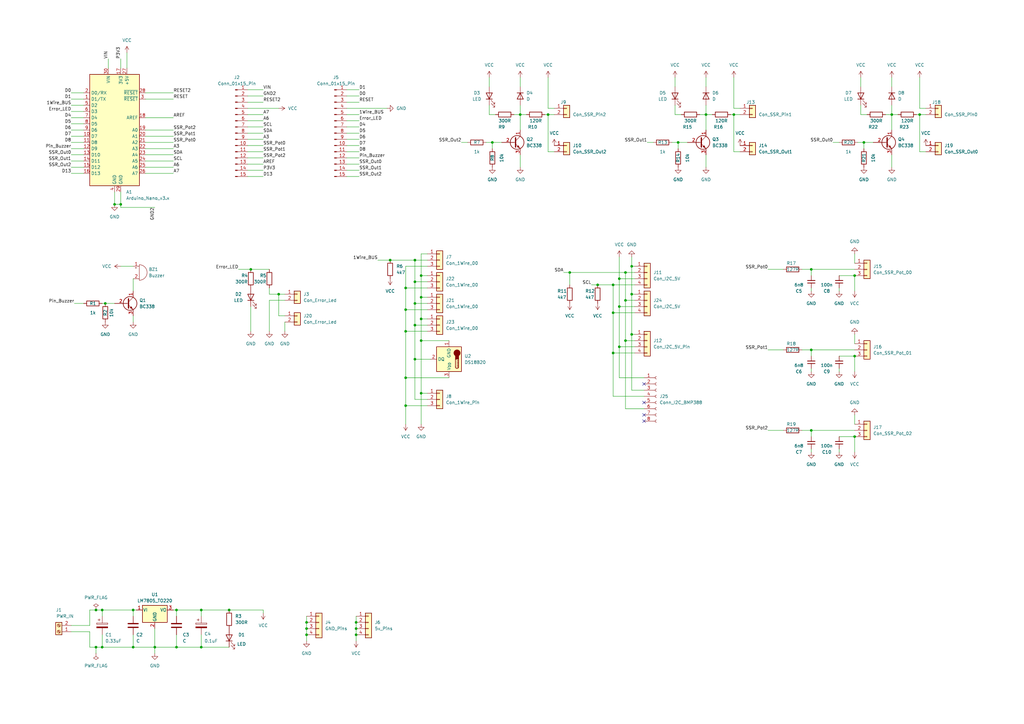
<source format=kicad_sch>
(kicad_sch (version 20230121) (generator eeschema)
  (paper "A3")
  (title_block (title "StillSSR_Nano_v3") (date "2023-09-16") (rev "03") (company "2MJ") (comment 1 "1Wire input, I2C for LCD out") (comment 2 "3 SSR outputs regulated by pots") (comment 3 "Buzzer, error LED") (comment 4 "Simple SSR controller with"))
  (junction (at 233.68 111.76))
  (junction (at 72.39 265.43))
  (junction (at 170.18 133.35))
  (junction (at 251.46 128.27))
  (junction (at 332.74 176.53))
  (junction (at 213.36 46.99))
  (junction (at 49.53 83.82))
  (junction (at 114.3 120.65))
  (junction (at 251.46 144.78))
  (junction (at 332.74 110.49))
  (junction (at 72.39 250.19))
  (junction (at 254 114.3))
  (junction (at 259.08 109.22))
  (junction (at 170.18 124.46))
  (junction (at 166.37 135.89))
  (junction (at 224.79 46.99))
  (junction (at 172.72 130.81))
  (junction (at 166.37 154.94))
  (junction (at 251.46 116.84))
  (junction (at 41.91 265.43))
  (junction (at 41.91 250.19))
  (junction (at 245.11 116.84))
  (junction (at 160.02 106.68))
  (junction (at 82.55 250.19))
  (junction (at 166.37 166.37))
  (junction (at 289.56 46.99))
  (junction (at 172.72 139.7))
  (junction (at 170.18 147.32))
  (junction (at 125.73 257.81))
  (junction (at 82.55 265.43))
  (junction (at 256.54 123.19))
  (junction (at 146.05 255.27))
  (junction (at 170.18 115.57))
  (junction (at 332.74 143.51))
  (junction (at 146.05 257.81))
  (junction (at 350.52 146.05))
  (junction (at 256.54 139.7))
  (junction (at 201.93 58.42))
  (junction (at 170.18 106.68))
  (junction (at 377.19 46.99))
  (junction (at 254 125.73))
  (junction (at 256.54 111.76))
  (junction (at 300.99 46.99))
  (junction (at 125.73 260.35))
  (junction (at 166.37 118.11))
  (junction (at 146.05 260.35))
  (junction (at 172.72 121.92))
  (junction (at 39.37 265.43))
  (junction (at 54.61 265.43))
  (junction (at 63.5 265.43))
  (junction (at 43.18 124.46))
  (junction (at 350.52 113.03))
  (junction (at 259.08 137.16))
  (junction (at 125.73 255.27))
  (junction (at 278.13 58.42))
  (junction (at 46.99 83.82))
  (junction (at 350.52 179.07))
  (junction (at 365.76 46.99))
  (junction (at 354.33 58.42))
  (junction (at 93.98 250.19))
  (junction (at 102.87 110.49))
  (junction (at 54.61 250.19))
  (junction (at 39.37 250.19))
  (junction (at 254 142.24))
  (junction (at 172.72 161.29))
  (junction (at 166.37 127))
  (junction (at 172.72 113.03))
  (junction (at 259.08 120.65))
  (no_connect (at 264.16 165.1))
  (no_connect (at 264.16 172.72))
  (no_connect (at 264.16 157.48))
  (no_connect (at 264.16 170.18))
  (wire (pts (xy 101.6 44.45) (xy 114.3 44.45)))
  (wire (pts (xy 166.37 109.22) (xy 166.37 118.11)))
  (wire (pts (xy 54.61 250.19) (xy 54.61 252.73)))
  (wire (pts (xy 256.54 111.76) (xy 260.35 111.76)))
  (wire (pts (xy 59.69 66.04) (xy 71.12 66.04)))
  (wire (pts (xy 299.72 46.99) (xy 300.99 46.99)))
  (wire (pts (xy 300.99 62.23) (xy 300.99 46.99)))
  (wire (pts (xy 97.79 110.49) (xy 102.87 110.49)))
  (wire (pts (xy 170.18 147.32) (xy 176.53 147.32)))
  (wire (pts (xy 36.83 259.08) (xy 36.83 265.43)))
  (wire (pts (xy 36.83 259.08) (xy 29.21 259.08)))
  (wire (pts (xy 213.36 46.99) (xy 210.82 46.99)))
  (wire (pts (xy 332.74 143.51) (xy 332.74 146.05)))
  (wire (pts (xy 59.69 53.34) (xy 71.12 53.34)))
  (wire (pts (xy 29.21 48.26) (xy 34.29 48.26)))
  (wire (pts (xy 314.96 176.53) (xy 321.31 176.53)))
  (wire (pts (xy 102.87 125.73) (xy 102.87 135.89)))
  (wire (pts (xy 213.36 63.5) (xy 213.36 68.58)))
  (wire (pts (xy 289.56 46.99) (xy 289.56 53.34)))
  (wire (pts (xy 344.17 119.38) (xy 344.17 118.11)))
  (wire (pts (xy 289.56 31.75) (xy 289.56 35.56)))
  (wire (pts (xy 344.17 185.42) (xy 344.17 184.15)))
  (wire (pts (xy 256.54 167.64) (xy 256.54 139.7)))
  (wire (pts (xy 29.21 43.18) (xy 34.29 43.18)))
  (wire (pts (xy 36.83 250.19) (xy 39.37 250.19)))
  (wire (pts (xy 29.21 71.12) (xy 34.29 71.12)))
  (wire (pts (xy 71.12 250.19) (xy 72.39 250.19)))
  (wire (pts (xy 332.74 176.53) (xy 332.74 179.07)))
  (wire (pts (xy 172.72 121.92) (xy 172.72 130.81)))
  (wire (pts (xy 200.66 43.18) (xy 200.66 46.99)))
  (wire (pts (xy 142.24 54.61) (xy 147.32 54.61)))
  (wire (pts (xy 213.36 43.18) (xy 213.36 46.99)))
  (wire (pts (xy 256.54 111.76) (xy 256.54 123.19)))
  (wire (pts (xy 146.05 260.35) (xy 146.05 262.89)))
  (wire (pts (xy 29.21 55.88) (xy 34.29 55.88)))
  (wire (pts (xy 59.69 63.5) (xy 71.12 63.5)))
  (wire (pts (xy 116.84 132.08) (xy 116.84 135.89)))
  (wire (pts (xy 172.72 113.03) (xy 172.72 121.92)))
  (wire (pts (xy 170.18 115.57) (xy 175.26 115.57)))
  (wire (pts (xy 260.35 137.16) (xy 259.08 137.16)))
  (wire (pts (xy 101.6 69.85) (xy 107.95 69.85)))
  (wire (pts (xy 142.24 67.31) (xy 147.32 67.31)))
  (wire (pts (xy 59.69 40.64) (xy 71.12 40.64)))
  (wire (pts (xy 29.21 53.34) (xy 34.29 53.34)))
  (wire (pts (xy 166.37 166.37) (xy 166.37 173.99)))
  (wire (pts (xy 223.52 46.99) (xy 224.79 46.99)))
  (wire (pts (xy 110.49 123.19) (xy 110.49 135.89)))
  (wire (pts (xy 350.52 152.4) (xy 350.52 146.05)))
  (wire (pts (xy 332.74 184.15) (xy 332.74 185.42)))
  (wire (pts (xy 377.19 44.45) (xy 379.73 44.45)))
  (wire (pts (xy 146.05 257.81) (xy 146.05 260.35)))
  (wire (pts (xy 300.99 31.75) (xy 300.99 44.45)))
  (wire (pts (xy 82.55 265.43) (xy 93.98 265.43)))
  (wire (pts (xy 36.83 265.43) (xy 39.37 265.43)))
  (wire (pts (xy 39.37 267.97) (xy 39.37 265.43)))
  (wire (pts (xy 175.26 109.22) (xy 166.37 109.22)))
  (wire (pts (xy 199.39 58.42) (xy 201.93 58.42)))
  (wire (pts (xy 170.18 124.46) (xy 170.18 133.35)))
  (wire (pts (xy 142.24 59.69) (xy 147.32 59.69)))
  (wire (pts (xy 224.79 44.45) (xy 227.33 44.45)))
  (wire (pts (xy 142.24 49.53) (xy 147.32 49.53)))
  (wire (pts (xy 365.76 46.99) (xy 363.22 46.99)))
  (wire (pts (xy 377.19 46.99) (xy 379.73 46.99)))
  (wire (pts (xy 365.76 43.18) (xy 365.76 46.99)))
  (wire (pts (xy 110.49 120.65) (xy 114.3 120.65)))
  (wire (pts (xy 254 114.3) (xy 260.35 114.3)))
  (wire (pts (xy 353.06 31.75) (xy 353.06 35.56)))
  (wire (pts (xy 146.05 252.73) (xy 146.05 255.27)))
  (wire (pts (xy 72.39 250.19) (xy 72.39 252.73)))
  (wire (pts (xy 170.18 115.57) (xy 170.18 124.46)))
  (wire (pts (xy 82.55 260.35) (xy 82.55 265.43)))
  (wire (pts (xy 29.21 63.5) (xy 34.29 63.5)))
  (wire (pts (xy 170.18 133.35) (xy 175.26 133.35)))
  (wire (pts (xy 175.26 106.68) (xy 170.18 106.68)))
  (wire (pts (xy 54.61 265.43) (xy 63.5 265.43)))
  (wire (pts (xy 142.24 39.37) (xy 147.32 39.37)))
  (wire (pts (xy 142.24 36.83) (xy 147.32 36.83)))
  (wire (pts (xy 142.24 41.91) (xy 147.32 41.91)))
  (wire (pts (xy 332.74 151.13) (xy 332.74 152.4)))
  (wire (pts (xy 289.56 46.99) (xy 292.1 46.99)))
  (wire (pts (xy 110.49 123.19) (xy 116.84 123.19)))
  (wire (pts (xy 116.84 129.54) (xy 114.3 129.54)))
  (wire (pts (xy 101.6 49.53) (xy 107.95 49.53)))
  (wire (pts (xy 160.02 106.68) (xy 170.18 106.68)))
  (wire (pts (xy 233.68 111.76) (xy 256.54 111.76)))
  (wire (pts (xy 224.79 46.99) (xy 227.33 46.99)))
  (wire (pts (xy 59.69 55.88) (xy 71.12 55.88)))
  (wire (pts (xy 300.99 46.99) (xy 303.53 46.99)))
  (wire (pts (xy 142.24 44.45) (xy 158.75 44.45)))
  (wire (pts (xy 172.72 113.03) (xy 175.26 113.03)))
  (wire (pts (xy 251.46 116.84) (xy 260.35 116.84)))
  (wire (pts (xy 49.53 109.22) (xy 54.61 109.22)))
  (wire (pts (xy 36.83 256.54) (xy 36.83 250.19)))
  (wire (pts (xy 350.52 185.42) (xy 350.52 179.07)))
  (wire (pts (xy 350.52 170.18) (xy 350.52 173.99)))
  (wire (pts (xy 256.54 123.19) (xy 260.35 123.19)))
  (wire (pts (xy 213.36 46.99) (xy 215.9 46.99)))
  (wire (pts (xy 350.52 104.14) (xy 350.52 107.95)))
  (wire (pts (xy 142.24 46.99) (xy 147.32 46.99)))
  (wire (pts (xy 166.37 135.89) (xy 175.26 135.89)))
  (wire (pts (xy 43.18 124.46) (xy 46.99 124.46)))
  (wire (pts (xy 59.69 38.1) (xy 71.12 38.1)))
  (wire (pts (xy 189.23 58.42) (xy 191.77 58.42)))
  (wire (pts (xy 264.16 160.02) (xy 259.08 160.02)))
  (wire (pts (xy 101.6 64.77) (xy 107.95 64.77)))
  (wire (pts (xy 125.73 257.81) (xy 125.73 260.35)))
  (wire (pts (xy 142.24 52.07) (xy 147.32 52.07)))
  (wire (pts (xy 379.73 62.23) (xy 377.19 62.23)))
  (wire (pts (xy 142.24 57.15) (xy 147.32 57.15)))
  (wire (pts (xy 213.36 31.75) (xy 213.36 35.56)))
  (wire (pts (xy 29.21 50.8) (xy 34.29 50.8)))
  (wire (pts (xy 314.96 143.51) (xy 321.31 143.51)))
  (wire (pts (xy 265.43 58.42) (xy 267.97 58.42)))
  (wire (pts (xy 275.59 58.42) (xy 278.13 58.42)))
  (wire (pts (xy 172.72 161.29) (xy 172.72 173.99)))
  (wire (pts (xy 172.72 104.14) (xy 172.72 113.03)))
  (wire (pts (xy 107.95 251.46) (xy 107.95 250.19)))
  (wire (pts (xy 36.83 256.54) (xy 29.21 256.54)))
  (wire (pts (xy 41.91 250.19) (xy 54.61 250.19)))
  (wire (pts (xy 264.16 167.64) (xy 256.54 167.64)))
  (wire (pts (xy 303.53 62.23) (xy 300.99 62.23)))
  (wire (pts (xy 251.46 128.27) (xy 260.35 128.27)))
  (wire (pts (xy 72.39 260.35) (xy 72.39 265.43)))
  (wire (pts (xy 259.08 120.65) (xy 259.08 137.16)))
  (wire (pts (xy 29.21 45.72) (xy 34.29 45.72)))
  (wire (pts (xy 344.17 179.07) (xy 350.52 179.07)))
  (wire (pts (xy 101.6 57.15) (xy 107.95 57.15)))
  (wire (pts (xy 172.72 139.7) (xy 184.15 139.7)))
  (wire (pts (xy 351.79 58.42) (xy 354.33 58.42)))
  (wire (pts (xy 245.11 116.84) (xy 251.46 116.84)))
  (wire (pts (xy 353.06 46.99) (xy 355.6 46.99)))
  (wire (pts (xy 59.69 48.26) (xy 71.12 48.26)))
  (wire (pts (xy 82.55 265.43) (xy 72.39 265.43)))
  (wire (pts (xy 276.86 46.99) (xy 279.4 46.99)))
  (wire (pts (xy 154.94 106.68) (xy 160.02 106.68)))
  (wire (pts (xy 29.21 66.04) (xy 34.29 66.04)))
  (wire (pts (xy 242.57 116.84) (xy 245.11 116.84)))
  (wire (pts (xy 224.79 31.75) (xy 224.79 44.45)))
  (wire (pts (xy 259.08 160.02) (xy 259.08 137.16)))
  (wire (pts (xy 54.61 250.19) (xy 55.88 250.19)))
  (wire (pts (xy 46.99 83.82) (xy 49.53 83.82)))
  (wire (pts (xy 276.86 43.18) (xy 276.86 46.99)))
  (wire (pts (xy 276.86 31.75) (xy 276.86 35.56)))
  (wire (pts (xy 350.52 119.38) (xy 350.52 113.03)))
  (wire (pts (xy 332.74 143.51) (xy 350.52 143.51)))
  (wire (pts (xy 260.35 139.7) (xy 256.54 139.7)))
  (wire (pts (xy 375.92 46.99) (xy 377.19 46.99)))
  (wire (pts (xy 30.48 124.46) (xy 34.29 124.46)))
  (wire (pts (xy 328.93 143.51) (xy 332.74 143.51)))
  (wire (pts (xy 289.56 43.18) (xy 289.56 46.99)))
  (wire (pts (xy 170.18 106.68) (xy 170.18 115.57)))
  (wire (pts (xy 254 125.73) (xy 254 142.24)))
  (wire (pts (xy 44.45 24.13) (xy 44.45 27.94)))
  (wire (pts (xy 125.73 255.27) (xy 125.73 257.81)))
  (wire (pts (xy 254 114.3) (xy 254 105.41)))
  (wire (pts (xy 29.21 60.96) (xy 34.29 60.96)))
  (wire (pts (xy 29.21 38.1) (xy 34.29 38.1)))
  (wire (pts (xy 101.6 54.61) (xy 107.95 54.61)))
  (wire (pts (xy 142.24 69.85) (xy 147.32 69.85)))
  (wire (pts (xy 41.91 265.43) (xy 54.61 265.43)))
  (wire (pts (xy 278.13 58.42) (xy 281.94 58.42)))
  (wire (pts (xy 142.24 64.77) (xy 147.32 64.77)))
  (wire (pts (xy 365.76 46.99) (xy 365.76 53.34)))
  (wire (pts (xy 142.24 72.39) (xy 147.32 72.39)))
  (wire (pts (xy 101.6 41.91) (xy 107.95 41.91)))
  (wire (pts (xy 166.37 127) (xy 175.26 127)))
  (wire (pts (xy 59.69 71.12) (xy 71.12 71.12)))
  (wire (pts (xy 166.37 166.37) (xy 175.26 166.37)))
  (wire (pts (xy 59.69 68.58) (xy 71.12 68.58)))
  (wire (pts (xy 289.56 63.5) (xy 289.56 68.58)))
  (wire (pts (xy 256.54 123.19) (xy 256.54 139.7)))
  (wire (pts (xy 264.16 154.94) (xy 254 154.94)))
  (wire (pts (xy 166.37 118.11) (xy 166.37 127)))
  (wire (pts (xy 200.66 46.99) (xy 203.2 46.99)))
  (wire (pts (xy 63.5 267.97) (xy 63.5 265.43)))
  (wire (pts (xy 125.73 252.73) (xy 125.73 255.27)))
  (wire (pts (xy 201.93 60.96) (xy 201.93 58.42)))
  (wire (pts (xy 344.17 146.05) (xy 350.52 146.05)))
  (wire (pts (xy 101.6 67.31) (xy 107.95 67.31)))
  (wire (pts (xy 332.74 176.53) (xy 350.52 176.53)))
  (wire (pts (xy 259.08 109.22) (xy 259.08 120.65)))
  (wire (pts (xy 101.6 72.39) (xy 107.95 72.39)))
  (wire (pts (xy 39.37 250.19) (xy 41.91 250.19)))
  (wire (pts (xy 289.56 46.99) (xy 287.02 46.99)))
  (wire (pts (xy 107.95 250.19) (xy 93.98 250.19)))
  (wire (pts (xy 365.76 46.99) (xy 368.3 46.99)))
  (wire (pts (xy 332.74 110.49) (xy 332.74 113.03)))
  (wire (pts (xy 166.37 127) (xy 166.37 135.89)))
  (wire (pts (xy 125.73 260.35) (xy 125.73 262.89)))
  (wire (pts (xy 102.87 110.49) (xy 110.49 110.49)))
  (wire (pts (xy 82.55 252.73) (xy 82.55 250.19)))
  (wire (pts (xy 354.33 60.96) (xy 354.33 58.42)))
  (wire (pts (xy 166.37 118.11) (xy 175.26 118.11)))
  (wire (pts (xy 49.53 24.13) (xy 49.53 27.94)))
  (wire (pts (xy 54.61 114.3) (xy 54.61 119.38)))
  (wire (pts (xy 166.37 154.94) (xy 184.15 154.94)))
  (wire (pts (xy 59.69 60.96) (xy 71.12 60.96)))
  (wire (pts (xy 114.3 120.65) (xy 114.3 129.54)))
  (wire (pts (xy 82.55 250.19) (xy 93.98 250.19)))
  (wire (pts (xy 224.79 62.23) (xy 224.79 46.99)))
  (wire (pts (xy 201.93 58.42) (xy 205.74 58.42)))
  (wire (pts (xy 254 125.73) (xy 260.35 125.73)))
  (wire (pts (xy 264.16 162.56) (xy 251.46 162.56)))
  (wire (pts (xy 350.52 137.16) (xy 350.52 140.97)))
  (wire (pts (xy 46.99 78.74) (xy 46.99 83.82)))
  (wire (pts (xy 59.69 58.42) (xy 71.12 58.42)))
  (wire (pts (xy 114.3 120.65) (xy 116.84 120.65)))
  (wire (pts (xy 166.37 135.89) (xy 166.37 154.94)))
  (wire (pts (xy 328.93 176.53) (xy 332.74 176.53)))
  (wire (pts (xy 101.6 62.23) (xy 107.95 62.23)))
  (wire (pts (xy 41.91 260.35) (xy 41.91 265.43)))
  (wire (pts (xy 170.18 133.35) (xy 170.18 147.32)))
  (wire (pts (xy 354.33 58.42) (xy 358.14 58.42)))
  (wire (pts (xy 328.93 110.49) (xy 332.74 110.49)))
  (wire (pts (xy 142.24 62.23) (xy 147.32 62.23)))
  (wire (pts (xy 52.07 21.59) (xy 52.07 27.94)))
  (wire (pts (xy 259.08 105.41) (xy 259.08 109.22)))
  (wire (pts (xy 49.53 83.82) (xy 49.53 85.09)))
  (wire (pts (xy 172.72 130.81) (xy 175.26 130.81)))
  (wire (pts (xy 300.99 44.45) (xy 303.53 44.45)))
  (wire (pts (xy 49.53 85.09) (xy 63.5 85.09)))
  (wire (pts (xy 29.21 40.64) (xy 34.29 40.64)))
  (wire (pts (xy 29.21 68.58) (xy 34.29 68.58)))
  (wire (pts (xy 278.13 60.96) (xy 278.13 58.42)))
  (wire (pts (xy 332.74 110.49) (xy 350.52 110.49)))
  (wire (pts (xy 227.33 62.23) (xy 224.79 62.23)))
  (wire (pts (xy 172.72 161.29) (xy 175.26 161.29)))
  (wire (pts (xy 49.53 78.74) (xy 49.53 83.82)))
  (wire (pts (xy 353.06 43.18) (xy 353.06 46.99)))
  (wire (pts (xy 29.21 58.42) (xy 34.29 58.42)))
  (wire (pts (xy 254 154.94) (xy 254 142.24)))
  (wire (pts (xy 146.05 255.27) (xy 146.05 257.81)))
  (wire (pts (xy 260.35 144.78) (xy 251.46 144.78)))
  (wire (pts (xy 175.26 104.14) (xy 172.72 104.14)))
  (wire (pts (xy 107.95 36.83) (xy 101.6 36.83)))
  (wire (pts (xy 213.36 46.99) (xy 213.36 53.34)))
  (wire (pts (xy 72.39 250.19) (xy 82.55 250.19)))
  (wire (pts (xy 200.66 31.75) (xy 200.66 35.56)))
  (wire (pts (xy 101.6 52.07) (xy 107.95 52.07)))
  (wire (pts (xy 41.91 124.46) (xy 43.18 124.46)))
  (wire (pts (xy 175.26 163.83) (xy 170.18 163.83)))
  (wire (pts (xy 377.19 62.23) (xy 377.19 46.99)))
  (wire (pts (xy 314.96 110.49) (xy 321.31 110.49)))
  (wire (pts (xy 233.68 116.84) (xy 233.68 111.76)))
  (wire (pts (xy 41.91 252.73) (xy 41.91 250.19)))
  (wire (pts (xy 172.72 139.7) (xy 172.72 161.29)))
  (wire (pts (xy 72.39 265.43) (xy 63.5 265.43)))
  (wire (pts (xy 172.72 130.81) (xy 172.72 139.7)))
  (wire (pts (xy 259.08 120.65) (xy 260.35 120.65)))
  (wire (pts (xy 172.72 121.92) (xy 175.26 121.92)))
  (wire (pts (xy 332.74 118.11) (xy 332.74 119.38)))
  (wire (pts (xy 39.37 265.43) (xy 41.91 265.43)))
  (wire (pts (xy 110.49 118.11) (xy 110.49 120.65)))
  (wire (pts (xy 341.63 58.42) (xy 344.17 58.42)))
  (wire (pts (xy 101.6 46.99) (xy 107.95 46.99)))
  (wire (pts (xy 259.08 109.22) (xy 260.35 109.22)))
  (wire (pts (xy 101.6 59.69) (xy 107.95 59.69)))
  (wire (pts (xy 231.14 111.76) (xy 233.68 111.76)))
  (wire (pts (xy 344.17 113.03) (xy 350.52 113.03)))
  (wire (pts (xy 101.6 39.37) (xy 107.95 39.37)))
  (wire (pts (xy 54.61 129.54) (xy 54.61 132.08)))
  (wire (pts (xy 377.19 31.75) (xy 377.19 44.45)))
  (wire (pts (xy 344.17 152.4) (xy 344.17 151.13)))
  (wire (pts (xy 365.76 31.75) (xy 365.76 35.56)))
  (wire (pts (xy 254 114.3) (xy 254 125.73)))
  (wire (pts (xy 251.46 162.56) (xy 251.46 144.78)))
  (wire (pts (xy 63.5 257.81) (xy 63.5 265.43)))
  (wire (pts (xy 251.46 128.27) (xy 251.46 144.78)))
  (wire (pts (xy 260.35 142.24) (xy 254 142.24)))
  (wire (pts (xy 170.18 124.46) (xy 175.26 124.46)))
  (wire (pts (xy 251.46 116.84) (xy 251.46 128.27)))
  (wire (pts (xy 54.61 260.35) (xy 54.61 265.43)))
  (wire (pts (xy 170.18 147.32) (xy 170.18 163.83)))
  (wire (pts (xy 166.37 154.94) (xy 166.37 166.37)))
  (wire (pts (xy 365.76 63.5) (xy 365.76 68.58)))
  (label "SDA" (at 71.12 63.5 0))
  (label "SSR_Out2" (at 147.32 72.39 0))
  (label "D4" (at 29.21 48.26 180))
  (label "AREF" (at 71.12 48.26 0))
  (label "D5" (at 29.21 50.8 180))
  (label "SSR_Out1" (at 147.32 69.85 0))
  (label "GND2" (at 63.5 85.09 270))
  (label "D8" (at 147.32 62.23 0))
  (label "1Wire_BUS" (at 147.32 46.99 0))
  (label "SSR_Pot2" (at 107.95 64.77 0))
  (label "SCL" (at 242.57 116.84 180))
  (label "1Wire_BUS" (at 29.21 43.18 180))
  (label "SCL" (at 107.95 52.07 0))
  (label "1Wire_BUS" (at 154.94 106.68 180))
  (label "SDA" (at 231.14 111.76 180))
  (label "D1" (at 147.32 36.83 0))
  (label "SSR_Pot0" (at 314.96 110.49 180))
  (label "SSR_Out0" (at 341.63 58.42 180))
  (label "D13" (at 29.21 71.12 180))
  (label "SSR_Out0" (at 29.21 63.5 180))
  (label "Error_LED" (at 147.32 49.53 0))
  (label "SSR_Out2" (at 189.23 58.42 180))
  (label "SSR_Out2" (at 29.21 68.58 180))
  (label "RESET2" (at 71.12 38.1 0))
  (label "D6" (at 147.32 57.15 0))
  (label "RESET2" (at 107.95 41.91 0))
  (label "SSR_Out1" (at 29.21 66.04 180))
  (label "Pin_Buzzer" (at 29.21 60.96 180))
  (label "A7" (at 107.95 46.99 0))
  (label "SSR_Pot0" (at 107.95 59.69 0))
  (label "AREF" (at 107.95 67.31 0))
  (label "D13" (at 107.95 72.39 0))
  (label "Error_LED" (at 97.79 110.49 180))
  (label "RESET" (at 147.32 41.91 0))
  (label "D0" (at 29.21 38.1 180))
  (label "SSR_Out0" (at 147.32 67.31 0))
  (label "P3V3" (at 49.53 24.13 90))
  (label "D7" (at 147.32 59.69 0))
  (label "SSR_Pot1" (at 71.12 55.88 0))
  (label "SSR_Pot0" (at 71.12 58.42 0))
  (label "SSR_Pot1" (at 107.95 62.23 0))
  (label "VIN" (at 44.45 24.13 90))
  (label "SSR_Pot2" (at 71.12 53.34 0))
  (label "SSR_Out1" (at 265.43 58.42 180))
  (label "Pin_Buzzer" (at 147.32 64.77 0))
  (label "D7" (at 29.21 55.88 180))
  (label "GND2" (at 107.95 39.37 0))
  (label "P3V3" (at 107.95 69.85 0))
  (label "A7" (at 71.12 71.12 0))
  (label "SCL" (at 71.12 66.04 0))
  (label "D1" (at 29.21 40.64 180))
  (label "A6" (at 107.95 49.53 0))
  (label "SSR_Pot1" (at 314.96 143.51 180))
  (label "D5" (at 147.32 54.61 0))
  (label "A6" (at 71.12 68.58 0))
  (label "VIN" (at 107.95 36.83 0))
  (label "SDA" (at 107.95 54.61 0))
  (label "D6" (at 29.21 53.34 180))
  (label "D4" (at 147.32 52.07 0))
  (label "D0" (at 147.32 39.37 0))
  (label "D8" (at 29.21 58.42 180))
  (label "Error_LED" (at 29.21 45.72 180))
  (label "RESET" (at 71.12 40.64 0))
  (label "Pin_Buzzer" (at 30.48 124.46 180))
  (label "A3" (at 71.12 60.96 0))
  (label "A3" (at 107.95 57.15 0))
  (label "SSR_Pot2" (at 314.96 176.53 180))
  (symbol (lib_id "Device:LED") (at 102.87 121.92 90) (unit 1)
    (property "Reference" "D2" (at 97.79 120.65 90))
    (property "Value" "LED" (at 97.79 123.19 90))
    (property "Footprint" "LED_THT:LED_D3.0mm" (effects hide))
  )
  (symbol (lib_id "Device:R") (at 233.68 120.65 0) (unit 1)
    (property "Reference" "R11" (at 228.6 119.38 0) (effects (justify left)))
    (property "Value" "4k7" (at 228.6 121.92 0) (effects (justify left)))
    (property "Footprint" "Resistor_THT:R_Axial_DIN0207_L6.3mm_D2.5mm_P7.62mm_Horizontal" (effects hide))
  )
  (symbol (lib_id "power:VCC") (at 200.66 31.75 0) (unit 1)
    (property "Reference" "#PWR017" (effects hide))
    (property "Value" "VCC" (at 200.66 26.67 0))
  )
  (symbol (lib_id "Connector_Generic:Conn_01x02") (at 121.92 129.54 0) (unit 1)
    (property "Reference" "J20" (at 124.46 129.54 0) (effects (justify left)))
    (property "Value" "Con_Error_Led" (at 124.46 132.08 0) (effects (justify left)))
    (property "Footprint" "Connector_PinHeader_2.54mm:PinHeader_1x02_P2.54mm_Vertical" (effects hide))
  )
  (symbol (lib_id "Connector_Generic:Conn_01x03") (at 180.34 106.68 0) (unit 1)
    (property "Reference" "J7" (at 182.88 105.41 0) (effects (justify left)))
    (property "Value" "Con_1Wire_00" (at 182.88 107.95 0) (effects (justify left)))
    (property "Footprint" "Connector_JST:JST_PH_B3B-PH-K_1x03_P2.00mm_Vertical" (effects hide))
  )
  (symbol (lib_id "power:GND") (at 158.75 44.45 90) (unit 1)
    (property "Reference" "#PWR013" (effects hide))
    (property "Value" "GND" (at 162.56 44.45 90) (effects (justify right)))
  )
  (symbol (lib_id "power:VCC") (at 365.76 31.75 0) (unit 1)
    (property "Reference" "#PWR047" (effects hide))
    (property "Value" "VCC" (at 365.76 26.67 0))
  )
  (symbol (lib_id "Device:LED") (at 353.06 39.37 90) (unit 1)
    (property "Reference" "D7" (at 347.98 38.1 90))
    (property "Value" "LED" (at 347.98 40.64 90))
    (property "Footprint" "LED_THT:LED_D3.0mm" (effects hide))
  )
  (symbol (lib_id "Device:R") (at 201.93 64.77 180) (unit 1)
    (property "Reference" "R8" (at 201.93 64.77 90))
    (property "Value" "10k" (at 205.74 64.77 90))
    (property "Footprint" "Resistor_THT:R_Axial_DIN0207_L6.3mm_D2.5mm_P7.62mm_Horizontal" (effects hide))
  )
  (symbol (lib_id "power:GND") (at 43.18 132.08 0) (unit 1)
    (property "Reference" "#PWR01" (effects hide))
    (property "Value" "GND" (at 43.18 137.16 0))
  )
  (symbol (lib_id "Device:R") (at 219.71 46.99 90) (unit 1)
    (property "Reference" "R10" (at 218.44 52.07 90))
    (property "Value" "120R" (at 219.71 49.53 90))
    (property "Footprint" "Resistor_THT:R_Axial_DIN0207_L6.3mm_D2.5mm_P7.62mm_Horizontal" (effects hide))
  )
  (symbol (lib_id "power:GND") (at 172.72 173.99 0) (unit 1)
    (property "Reference" "#PWR016" (effects hide))
    (property "Value" "GND" (at 172.72 179.07 0))
  )
  (symbol (lib_id "power:VCC") (at 245.11 124.46 180) (unit 1)
    (property "Reference" "#PWR024" (effects hide))
    (property "Value" "VCC" (at 245.11 129.54 0))
  )
  (symbol (lib_id "Connector_Generic:Conn_01x02") (at 121.92 120.65 0) (unit 1)
    (property "Reference" "J3" (at 124.46 120.65 0) (effects (justify left)))
    (property "Value" "Con_Error_Led" (at 124.46 123.19 0) (effects (justify left)))
    (property "Footprint" "Connector_JST:JST_PH_B2B-PH-K_1x02_P2.00mm_Vertical" (effects hide))
  )
  (symbol (lib_id "Connector_Generic:Conn_01x03") (at 355.6 143.51 0) (unit 1)
    (property "Reference" "J16" (at 358.14 142.24 0) (effects (justify left)))
    (property "Value" "Con_SSR_Pot_01" (at 358.14 144.78 0) (effects (justify left)))
    (property "Footprint" "Connector_JST:JST_PH_B3B-PH-K_1x03_P2.00mm_Vertical" (effects hide))
  )
  (symbol (lib_id "Device:R") (at 295.91 46.99 90) (unit 1)
    (property "Reference" "R16" (at 294.64 52.07 90))
    (property "Value" "120R" (at 295.91 49.53 90))
    (property "Footprint" "Resistor_THT:R_Axial_DIN0207_L6.3mm_D2.5mm_P7.62mm_Horizontal" (effects hide))
  )
  (symbol (lib_id "Device:D") (at 289.56 39.37 270) (unit 1)
    (property "Reference" "D6" (at 292.1 38.1 90) (effects (justify left)))
    (property "Value" "D" (at 292.1 40.64 90) (effects (justify left)))
    (property "Footprint" "Diode_THT:D_DO-34_SOD68_P7.62mm_Horizontal" (effects hide))
    (property "Sim.Device" "D" (effects hide))
    (property "Sim.Pins" "1=K 2=A" (effects hide))
  )
  (symbol (lib_id "power:VCC") (at 350.52 185.42 180) (unit 1)
    (property "Reference" "#PWR044" (effects hide))
    (property "Value" "VCC" (at 350.52 190.5 0))
  )
  (symbol (lib_id "power:GND") (at 332.74 185.42 0) (unit 1)
    (property "Reference" "#PWR035" (effects hide))
    (property "Value" "GND" (at 332.74 190.5 0))
  )
  (symbol (lib_id "Device:Buzzer") (at 57.15 111.76 0) (unit 1)
    (property "Reference" "BZ1" (at 60.96 110.49 0) (effects (justify left)))
    (property "Value" "Buzzer" (at 60.96 113.03 0) (effects (justify left)))
    (property "Footprint" "Buzzer_Beeper:Buzzer_12x9.5RM7.6" (effects hide))
  )
  (symbol (lib_id "power:VCC") (at 254 105.41 0) (unit 1)
    (property "Reference" "#PWR025" (effects hide))
    (property "Value" "VCC" (at 254 100.33 0))
  )
  (symbol (lib_id "Transistor_BJT:BC338") (at 210.82 58.42 0) (unit 1)
    (property "Reference" "Q2" (at 215.9 57.15 0) (effects (justify left)))
    (property "Value" "BC338" (at 215.9 59.69 0) (effects (justify left)))
    (property "Footprint" "Package_TO_SOT_THT:TO-92_Inline" (effects hide))
    (property "Datasheet" "http://diotec.com/tl_files/diotec/files/pdf/datasheets/bc337" (effects hide))
  )
  (symbol (lib_id "Device:R") (at 325.12 143.51 270) (unit 1)
    (property "Reference" "R18" (at 322.58 140.97 90) (effects (justify left)))
    (property "Value" "127R" (at 322.58 143.51 90) (effects (justify left)))
    (property "Footprint" "Resistor_THT:R_Axial_DIN0207_L6.3mm_D2.5mm_P7.62mm_Horizontal" (effects hide))
  )
  (symbol (lib_id "power:VCC") (at 350.52 152.4 180) (unit 1)
    (property "Reference" "#PWR042" (effects hide))
    (property "Value" "VCC" (at 350.52 157.48 0))
  )
  (symbol (lib_id "Connector_Generic:Conn_01x04") (at 151.13 255.27 0) (unit 1)
    (property "Reference" "J6" (at 153.67 255.27 0) (effects (justify left)))
    (property "Value" "5v_Pins" (at 153.67 257.81 0) (effects (justify left)))
    (property "Footprint" "Connector_PinHeader_2.54mm:PinHeader_1x04_P2.54mm_Vertical" (effects hide))
  )
  (symbol (lib_id "power:VCC") (at 224.79 31.75 0) (unit 1)
    (property "Reference" "#PWR021" (effects hide))
    (property "Value" "VCC" (at 224.79 26.67 0))
  )
  (symbol (lib_id "power:GND") (at 344.17 119.38 0) (unit 1)
    (property "Reference" "#PWR036" (effects hide))
    (property "Value" "GND" (at 344.17 124.46 0))
  )
  (symbol (lib_id "Connector:Conn_01x15_Pin") (at 96.52 54.61 0) (unit 1)
    (property "Reference" "J2" (at 97.155 31.75 0))
    (property "Value" "Conn_01x15_Pin" (at 97.155 34.29 0))
    (property "Footprint" "Connector_PinSocket_2.54mm:PinSocket_1x15_P2.54mm_Vertical" (effects hide))
  )
  (symbol (lib_id "power:GND") (at 344.17 152.4 0) (unit 1)
    (property "Reference" "#PWR037" (effects hide))
    (property "Value" "GND" (at 344.17 157.48 0))
  )
  (symbol (lib_id "Device:LED") (at 200.66 39.37 90) (unit 1)
    (property "Reference" "D3" (at 195.58 38.1 90))
    (property "Value" "LED" (at 195.58 40.64 90))
    (property "Footprint" "LED_THT:LED_D3.0mm" (effects hide))
  )
  (symbol (lib_id "Device:C_Polarized") (at 82.55 256.54 0) (unit 1)
    (property "Reference" "C4" (at 83.82 259.969 0) (effects (justify left)))
    (property "Value" "0.1uF" (at 83.82 262.89 0) (effects (justify left)))
    (property "Footprint" "Capacitor_THT:CP_Radial_D5.0mm_P2.50mm" (effects hide))
  )
  (symbol (lib_id "Device:C_Small") (at 332.74 115.57 180) (unit 1)
    (property "Reference" "C5" (at 327.66 119.38 0))
    (property "Value" "6n8" (at 327.66 116.84 0))
    (property "Footprint" "Capacitor_THT:C_Rect_L4.0mm_W2.5mm_P2.50mm" (effects hide))
  )
  (symbol (lib_id "power:GND") (at 289.56 68.58 0) (unit 1)
    (property "Reference" "#PWR030" (effects hide))
    (property "Value" "GND" (at 289.56 73.66 0))
  )
  (symbol (lib_id "Connector_Generic:Conn_01x03") (at 355.6 176.53 0) (unit 1)
    (property "Reference" "J17" (at 358.14 175.26 0) (effects (justify left)))
    (property "Value" "Con_SSR_Pot_02" (at 358.14 177.8 0) (effects (justify left)))
    (property "Footprint" "Connector_JST:JST_PH_B3B-PH-K_1x03_P2.00mm_Vertical" (effects hide))
  )
  (symbol (lib_id "Connector_Generic:Conn_01x03") (at 355.6 110.49 0) (unit 1)
    (property "Reference" "J15" (at 358.14 109.22 0) (effects (justify left)))
    (property "Value" "Con_SSR_Pot_00" (at 358.14 111.76 0) (effects (justify left)))
    (property "Footprint" "Connector_JST:JST_PH_B3B-PH-K_1x03_P2.00mm_Vertical" (effects hide))
  )
  (symbol (lib_id "Connector_Generic:Conn_01x04") (at 130.81 255.27 0) (unit 1)
    (property "Reference" "J4" (at 133.35 255.27 0) (effects (justify left)))
    (property "Value" "GND_Pins" (at 133.35 257.81 0) (effects (justify left)))
    (property "Footprint" "Connector_PinHeader_2.54mm:PinHeader_1x04_P2.54mm_Vertical" (effects hide))
  )
  (symbol (lib_id "Device:D") (at 365.76 39.37 270) (unit 1)
    (property "Reference" "D8" (at 368.3 38.1 90) (effects (justify left)))
    (property "Value" "D" (at 368.3 40.64 90) (effects (justify left)))
    (property "Footprint" "Diode_THT:D_DO-34_SOD68_P7.62mm_Horizontal" (effects hide))
    (property "Sim.Device" "D" (effects hide))
    (property "Sim.Pins" "1=K 2=A" (effects hide))
  )
  (symbol (lib_id "power:VCC") (at 379.73 59.69 0) (unit 1)
    (property "Reference" "#PWR050" (effects hide))
    (property "Value" "VCC" (at 379.73 54.61 0))
  )
  (symbol (lib_id "power:GND") (at 110.49 135.89 0) (unit 1)
    (property "Reference" "#PWR09" (effects hide))
    (property "Value" "GND" (at 110.49 140.97 0))
  )
  (symbol (lib_id "power:GND") (at 354.33 68.58 0) (unit 1)
    (property "Reference" "#PWR046" (effects hide))
    (property "Value" "GND" (at 354.33 73.66 0))
  )
  (symbol (lib_id "Device:R") (at 110.49 114.3 0) (unit 1)
    (property "Reference" "R5" (at 107.95 113.03 0))
    (property "Value" "300R" (at 106.68 115.57 0))
    (property "Footprint" "Resistor_THT:R_Axial_DIN0207_L6.3mm_D2.5mm_P7.62mm_Horizontal" (effects hide))
  )
  (symbol (lib_id "Device:R") (at 278.13 64.77 180) (unit 1)
    (property "Reference" "R14" (at 278.13 64.77 90))
    (property "Value" "10k" (at 281.94 64.77 90))
    (property "Footprint" "Resistor_THT:R_Axial_DIN0207_L6.3mm_D2.5mm_P7.62mm_Horizontal" (effects hide))
  )
  (symbol (lib_id "Connector_Generic:Conn_01x04") (at 265.43 139.7 0) (unit 1)
    (property "Reference" "J12" (at 267.97 139.7 0) (effects (justify left)))
    (property "Value" "Con_I2C_5V_Pin" (at 267.97 142.24 0) (effects (justify left)))
    (property "Footprint" "Connector_PinHeader_2.54mm:PinHeader_1x04_P2.54mm_Vertical" (effects hide))
  )
  (symbol (lib_id "Device:R") (at 207.01 46.99 90) (unit 1)
    (property "Reference" "R9" (at 205.74 52.07 90))
    (property "Value" "300R" (at 207.01 49.53 90))
    (property "Footprint" "Resistor_THT:R_Axial_DIN0207_L6.3mm_D2.5mm_P7.62mm_Horizontal" (effects hide))
  )
  (symbol (lib_id "power:VCC") (at 353.06 31.75 0) (unit 1)
    (property "Reference" "#PWR045" (effects hide))
    (property "Value" "VCC" (at 353.06 26.67 0))
  )
  (symbol (lib_id "Connector_Generic:Conn_01x02") (at 308.61 59.69 0) (unit 1)
    (property "Reference" "J14" (at 311.15 59.69 0) (effects (justify left)))
    (property "Value" "Con_SSR_Out1" (at 311.15 62.23 0) (effects (justify left)))
    (property "Footprint" "Connector_JST:JST_PH_B2B-PH-K_1x02_P2.00mm_Vertical" (effects hide))
  )
  (symbol (lib_id "power:VCC") (at 146.05 262.89 180) (unit 1)
    (property "Reference" "#PWR012" (effects hide))
    (property "Value" "VCC" (at 146.05 267.97 0))
  )
  (symbol (lib_id "Device:R") (at 102.87 114.3 0) (unit 1)
    (property "Reference" "R4" (at 100.33 113.03 0))
    (property "Value" "300R" (at 99.06 115.57 0))
    (property "Footprint" "Resistor_THT:R_Axial_DIN0207_L6.3mm_D2.5mm_P7.62mm_Horizontal" (effects hide))
  )
  (symbol (lib_id "Connector:Conn_01x08_Socket") (at 269.24 162.56 0) (unit 1)
    (property "Reference" "J25" (at 270.51 162.56 0) (effects (justify left)))
    (property "Value" "Conn_I2C_BMP388" (at 270.51 165.1 0) (effects (justify left)))
    (property "Footprint" "Connector_PinSocket_2.54mm:PinSocket_1x08_P2.54mm_Vertical" (effects hide))
  )
  (symbol (lib_id "Device:R") (at 354.33 64.77 180) (unit 1)
    (property "Reference" "R21" (at 354.33 64.77 90))
    (property "Value" "10k" (at 358.14 64.77 90))
    (property "Footprint" "Resistor_THT:R_Axial_DIN0207_L6.3mm_D2.5mm_P7.62mm_Horizontal" (effects hide))
  )
  (symbol (lib_id "Device:C_Small") (at 332.74 181.61 180) (unit 1)
    (property "Reference" "C7" (at 327.66 185.42 0))
    (property "Value" "6n8" (at 327.66 182.88 0))
    (property "Footprint" "Capacitor_THT:C_Rect_L4.0mm_W2.5mm_P2.50mm" (effects hide))
  )
  (symbol (lib_id "Connector_Generic:Conn_01x04") (at 265.43 111.76 0) (unit 1)
    (property "Reference" "J11" (at 267.97 111.76 0) (effects (justify left)))
    (property "Value" "Con_I2C_5V" (at 267.97 114.3 0) (effects (justify left)))
    (property "Footprint" "Connector_JST:JST_PH_B4B-PH-K_1x04_P2.00mm_Vertical" (effects hide))
  )
  (symbol (lib_id "power:VCC") (at 114.3 44.45 270) (unit 1)
    (property "Reference" "#PWR010" (effects hide))
    (property "Value" "VCC" (at 118.11 44.45 90) (effects (justify left)))
  )
  (symbol (lib_id "Connector:Screw_Terminal_01x02") (at 24.13 259.08 180) (unit 1)
    (property "Reference" "J1" (at 24.13 250.19 0))
    (property "Value" "PWR_IN" (at 26.67 252.73 0))
    (property "Footprint" "TerminalBlock:TerminalBlock_bornier-2_P5.08mm" (effects hide))
  )
  (symbol (lib_id "Device:R") (at 38.1 124.46 90) (unit 1)
    (property "Reference" "R1" (at 38.1 124.46 90))
    (property "Value" "1k" (at 38.1 128.27 90))
    (property "Footprint" "Resistor_THT:R_Axial_DIN0207_L6.3mm_D2.5mm_P7.62mm_Horizontal" (effects hide))
  )
  (symbol (lib_id "Device:R") (at 359.41 46.99 90) (unit 1)
    (property "Reference" "R22" (at 358.14 52.07 90))
    (property "Value" "300R" (at 359.41 49.53 90))
    (property "Footprint" "Resistor_THT:R_Axial_DIN0207_L6.3mm_D2.5mm_P7.62mm_Horizontal" (effects hide))
  )
  (symbol (lib_id "power:VCC") (at 303.53 59.69 0) (unit 1)
    (property "Reference" "#PWR032" (effects hide))
    (property "Value" "VCC" (at 303.53 54.61 0))
  )
  (symbol (lib_id "power:GND") (at 46.99 83.82 0) (unit 1)
    (property "Reference" "#PWR02" (effects hide))
    (property "Value" "GND" (at 46.99 88.9 0))
  )
  (symbol (lib_id "power:VCC") (at 107.95 251.46 180) (unit 1)
    (property "Reference" "#PWR08" (effects hide))
    (property "Value" "VCC" (at 107.95 256.54 0))
  )
  (symbol (lib_id "Connector_Generic:Conn_01x02") (at 384.81 44.45 0) (unit 1)
    (property "Reference" "J18" (at 382.27 41.91 0) (effects (justify left)))
    (property "Value" "Con_SSR_Pin0" (at 387.35 46.99 0) (effects (justify left)))
    (property "Footprint" "Connector_PinHeader_2.54mm:PinHeader_1x02_P2.54mm_Vertical" (effects hide))
  )
  (symbol (lib_id "Device:C") (at 72.39 256.54 0) (unit 1)
    (property "Reference" "C3" (at 74.93 260.35 0) (effects (justify left)))
    (property "Value" "C" (at 74.93 262.89 0) (effects (justify left)))
    (property "Footprint" "Capacitor_THT:C_Rect_L4.0mm_W2.5mm_P2.50mm" (effects hide))
  )
  (symbol (lib_id "Sensor_Temperature:DS18B20") (at 184.15 147.32 180) (unit 1)
    (property "Reference" "U2" (at 190.5 146.05 0) (effects (justify right)))
    (property "Value" "DS18B20" (at 190.5 148.59 0) (effects (justify right)))
    (property "Footprint" "Package_TO_SOT_THT:TO-92_Inline" (effects hide))
    (property "Datasheet" "http://datasheets.maximintegrated.com/en/ds/DS18B20.pdf" (effects hide))
  )
  (symbol (lib_id "Connector_Generic:Conn_01x03") (at 180.34 163.83 0) (unit 1)
    (property "Reference" "J8" (at 182.88 162.56 0) (effects (justify left)))
    (property "Value" "Con_1Wire_Pin" (at 182.88 165.1 0) (effects (justify left)))
    (property "Footprint" "Connector_PinHeader_2.54mm:PinHeader_1x03_P2.54mm_Vertical" (effects hide))
  )
  (symbol (lib_id "power:GND") (at 332.74 119.38 0) (unit 1)
    (property "Reference" "#PWR033" (effects hide))
    (property "Value" "GND" (at 332.74 124.46 0))
  )
  (symbol (lib_id "MCU_Module:Arduino_Nano_v3.x") (at 46.99 53.34 0) (unit 1)
    (property "Reference" "A1" (at 51.7241 78.74 0) (effects (justify left)))
    (property "Value" "Arduino_Nano_v3.x" (at 51.7241 81.28 0) (effects (justify left)))
    (property "Footprint" "Module:Arduino_Nano" (effects hide))
    (property "Datasheet" "http://www.mouser.com/pdfdocs/Gravitech_Arduino_Nano3_0.pdf" (effects hide))
  )
  (symbol (lib_id "power:GND") (at 365.76 68.58 0) (unit 1)
    (property "Reference" "#PWR048" (effects hide))
    (property "Value" "GND" (at 365.76 73.66 0))
  )
  (symbol (lib_id "Device:C_Small") (at 344.17 115.57 180) (unit 1)
    (property "Reference" "C8" (at 339.09 119.38 0))
    (property "Value" "100n" (at 339.09 116.84 0))
    (property "Footprint" "Capacitor_THT:C_Rect_L4.0mm_W2.5mm_P2.50mm" (effects hide))
  )
  (symbol (lib_id "Connector_Generic:Conn_01x02") (at 384.81 59.69 0) (unit 1)
    (property "Reference" "J19" (at 387.35 59.69 0) (effects (justify left)))
    (property "Value" "Con_SSR_Out0" (at 387.35 62.23 0) (effects (justify left)))
    (property "Footprint" "Connector_JST:JST_PH_B2B-PH-K_1x02_P2.00mm_Vertical" (effects hide))
  )
  (symbol (lib_id "power:VCC") (at 49.53 109.22 90) (unit 1)
    (property "Reference" "#PWR03" (effects hide))
    (property "Value" "VCC" (at 45.72 109.22 90) (effects (justify left)))
  )
  (symbol (lib_id "power:GND") (at 125.73 262.89 0) (unit 1)
    (property "Reference" "#PWR011" (effects hide))
    (property "Value" "GND" (at 125.73 267.97 0))
  )
  (symbol (lib_id "Connector_Generic:Conn_01x02") (at 232.41 44.45 0) (unit 1)
    (property "Reference" "J9" (at 229.87 41.91 0) (effects (justify left)))
    (property "Value" "Con_SSR_Pin2" (at 234.95 46.99 0) (effects (justify left)))
    (property "Footprint" "Connector_PinHeader_2.54mm:PinHeader_1x02_P2.54mm_Vertical" (effects hide))
  )
  (symbol (lib_id "power:GND") (at 63.5 267.97 0) (unit 1)
    (property "Reference" "#PWR06" (effects hide))
    (property "Value" "GND" (at 63.5 273.05 0))
  )
  (symbol (lib_id "power:GND") (at 278.13 68.58 0) (unit 1)
    (property "Reference" "#PWR028" (effects hide))
    (property "Value" "GND" (at 278.13 73.66 0))
  )
  (symbol (lib_id "Transistor_BJT:BC338") (at 363.22 58.42 0) (unit 1)
    (property "Reference" "Q4" (at 368.3 57.15 0) (effects (justify left)))
    (property "Value" "BC338" (at 368.3 59.69 0) (effects (justify left)))
    (property "Footprint" "Package_TO_SOT_THT:TO-92_Inline" (effects hide))
    (property "Datasheet" "http://diotec.com/tl_files/diotec/files/pdf/datasheets/bc337" (effects hide))
  )
  (symbol (lib_id "Transistor_BJT:BC338") (at 287.02 58.42 0) (unit 1)
    (property "Reference" "Q3" (at 292.1 57.15 0) (effects (justify left)))
    (property "Value" "BC338" (at 292.1 59.69 0) (effects (justify left)))
    (property "Footprint" "Package_TO_SOT_THT:TO-92_Inline" (effects hide))
    (property "Datasheet" "http://diotec.com/tl_files/diotec/files/pdf/datasheets/bc337" (effects hide))
  )
  (symbol (lib_id "Device:R") (at 245.11 120.65 0) (unit 1)
    (property "Reference" "R12" (at 240.03 119.38 0) (effects (justify left)))
    (property "Value" "4k7" (at 240.03 121.92 0) (effects (justify left)))
    (property "Footprint" "Resistor_THT:R_Axial_DIN0207_L6.3mm_D2.5mm_P7.62mm_Horizontal" (effects hide))
  )
  (symbol (lib_id "Connector_Generic:Conn_01x04") (at 265.43 123.19 0) (unit 1)
    (property "Reference" "J24" (at 267.97 123.19 0) (effects (justify left)))
    (property "Value" "Con_I2C_5V" (at 267.97 125.73 0) (effects (justify left)))
    (property "Footprint" "Connector_JST:JST_PH_B4B-PH-K_1x04_P2.00mm_Vertical" (effects hide))
  )
  (symbol (lib_id "Device:C_Small") (at 344.17 148.59 180) (unit 1)
    (property "Reference" "C9" (at 339.09 152.4 0))
    (property "Value" "100n" (at 339.09 149.86 0))
    (property "Footprint" "Capacitor_THT:C_Rect_L4.0mm_W2.5mm_P2.50mm" (effects hide))
  )
  (symbol (lib_id "Device:LED") (at 93.98 261.62 90) (unit 1)
    (property "Reference" "D1" (at 99.06 260.35 90))
    (property "Value" "LED" (at 99.06 264.16 90))
    (property "Footprint" "LED_THT:LED_D3.0mm" (effects hide))
  )
  (symbol (lib_id "Device:R") (at 160.02 110.49 0) (unit 1)
    (property "Reference" "R6" (at 162.56 109.22 0) (effects (justify left)))
    (property "Value" "4k7" (at 162.56 111.76 0) (effects (justify left)))
    (property "Footprint" "Resistor_THT:R_Axial_DIN0207_L6.3mm_D2.5mm_P7.62mm_Horizontal" (effects hide))
  )
  (symbol (lib_id "power:VCC") (at 233.68 124.46 180) (unit 1)
    (property "Reference" "#PWR023" (effects hide))
    (property "Value" "VCC" (at 233.68 129.54 0))
  )
  (symbol (lib_id "power:VCC") (at 213.36 31.75 0) (unit 1)
    (property "Reference" "#PWR019" (effects hide))
    (property "Value" "VCC" (at 213.36 26.67 0))
  )
  (symbol (lib_id "Connector_Generic:Conn_01x03") (at 180.34 124.46 0) (unit 1)
    (property "Reference" "J21" (at 182.88 123.19 0) (effects (justify left)))
    (property "Value" "Con_1Wire_00" (at 182.88 125.73 0) (effects (justify left)))
    (property "Footprint" "Connector_JST:JST_PH_B3B-PH-K_1x03_P2.00mm_Vertical" (effects hide))
  )
  (symbol (lib_id "power:VCC") (at 300.99 31.75 0) (unit 1)
    (property "Reference" "#PWR031" (effects hide))
    (property "Value" "VCC" (at 300.99 26.67 0))
  )
  (symbol (lib_id "Connector_Generic:Conn_01x03") (at 180.34 133.35 0) (unit 1)
    (property "Reference" "J23" (at 182.88 132.08 0) (effects (justify left)))
    (property "Value" "Con_1Wire_00" (at 182.88 134.62 0) (effects (justify left)))
    (property "Footprint" "Connector_JST:JST_PH_B3B-PH-K_1x03_P2.00mm_Vertical" (effects hide))
  )
  (symbol (lib_id "Connector_Generic:Conn_01x03") (at 180.34 115.57 0) (unit 1)
    (property "Reference" "J22" (at 182.88 114.3 0) (effects (justify left)))
    (property "Value" "Con_1Wire_00" (at 182.88 116.84 0) (effects (justify left)))
    (property "Footprint" "Connector_JST:JST_PH_B3B-PH-K_1x03_P2.00mm_Vertical" (effects hide))
  )
  (symbol (lib_id "power:VCC") (at 289.56 31.75 0) (unit 1)
    (property "Reference" "#PWR029" (effects hide))
    (property "Value" "VCC" (at 289.56 26.67 0))
  )
  (symbol (lib_id "power:GND") (at 201.93 68.58 0) (unit 1)
    (property "Reference" "#PWR018" (effects hide))
    (property "Value" "GND" (at 201.93 73.66 0))
  )
  (symbol (lib_id "Transistor_BJT:BC338") (at 52.07 124.46 0) (unit 1)
    (property "Reference" "Q1" (at 57.15 123.19 0) (effects (justify left)))
    (property "Value" "BC338" (at 57.15 125.73 0) (effects (justify left)))
    (property "Footprint" "Package_TO_SOT_THT:TO-92_Inline" (effects hide))
    (property "Datasheet" "http://diotec.com/tl_files/diotec/files/pdf/datasheets/bc337" (effects hide))
  )
  (symbol (lib_id "Device:R") (at 271.78 58.42 90) (unit 1)
    (property "Reference" "R13" (at 271.78 58.42 90))
    (property "Value" "1k" (at 271.78 62.23 90))
    (property "Footprint" "Resistor_THT:R_Axial_DIN0207_L6.3mm_D2.5mm_P7.62mm_Horizontal" (effects hide))
  )
  (symbol (lib_id "Device:R") (at 325.12 110.49 270) (unit 1)
    (property "Reference" "R17" (at 322.58 107.95 90) (effects (justify left)))
    (property "Value" "127R" (at 322.58 110.49 90) (effects (justify left)))
    (property "Footprint" "Resistor_THT:R_Axial_DIN0207_L6.3mm_D2.5mm_P7.62mm_Horizontal" (effects hide))
  )
  (symbol (lib_id "Device:D") (at 213.36 39.37 270) (unit 1)
    (property "Reference" "D4" (at 215.9 38.1 90) (effects (justify left)))
    (property "Value" "D" (at 215.9 40.64 90) (effects (justify left)))
    (property "Footprint" "Diode_THT:D_DO-34_SOD68_P7.62mm_Horizontal" (effects hide))
    (property "Sim.Device" "D" (effects hide))
    (property "Sim.Pins" "1=K 2=A" (effects hide))
  )
  (symbol (lib_id "Device:R") (at 195.58 58.42 90) (unit 1)
    (property "Reference" "R7" (at 195.58 58.42 90))
    (property "Value" "1k" (at 195.58 62.23 90))
    (property "Footprint" "Resistor_THT:R_Axial_DIN0207_L6.3mm_D2.5mm_P7.62mm_Horizontal" (effects hide))
  )
  (symbol (lib_id "power:GND") (at 350.52 137.16 180) (unit 1)
    (property "Reference" "#PWR041" (effects hide))
    (property "Value" "GND" (at 350.52 132.08 0))
  )
  (symbol (lib_id "power:VCC") (at 160.02 114.3 180) (unit 1)
    (property "Reference" "#PWR014" (effects hide))
    (property "Value" "VCC" (at 160.02 119.38 0))
  )
  (symbol (lib_id "power:VCC") (at 377.19 31.75 0) (unit 1)
    (property "Reference" "#PWR049" (effects hide))
    (property "Value" "VCC" (at 377.19 26.67 0))
  )
  (symbol (lib_id "Device:C") (at 54.61 256.54 0) (unit 1)
    (property "Reference" "C2" (at 55.88 260.35 0) (effects (justify left)))
    (property "Value" "C" (at 55.88 262.89 0) (effects (justify left)))
    (property "Footprint" "Capacitor_THT:C_Rect_L4.0mm_W2.5mm_P2.50mm" (effects hide))
  )
  (symbol (lib_id "power:VCC") (at 276.86 31.75 0) (unit 1)
    (property "Reference" "#PWR027" (effects hide))
    (property "Value" "VCC" (at 276.86 26.67 0))
  )
  (symbol (lib_id "Device:R") (at 93.98 254 180) (unit 1)
    (property "Reference" "R3" (at 97.79 252.73 0))
    (property "Value" "300R" (at 99.06 255.27 0))
    (property "Footprint" "Resistor_THT:R_Axial_DIN0207_L6.3mm_D2.5mm_P7.62mm_Horizontal" (effects hide))
  )
  (symbol (lib_id "power:GND") (at 350.52 170.18 180) (unit 1)
    (property "Reference" "#PWR043" (effects hide))
    (property "Value" "GND" (at 350.52 165.1 0))
  )
  (symbol (lib_id "Device:LED") (at 276.86 39.37 90) (unit 1)
    (property "Reference" "D5" (at 271.78 38.1 90))
    (property "Value" "LED" (at 271.78 40.64 90))
    (property "Footprint" "LED_THT:LED_D3.0mm" (effects hide))
  )
  (symbol (lib_id "power:VCC") (at 227.33 59.69 0) (unit 1)
    (property "Reference" "#PWR022" (effects hide))
    (property "Value" "VCC" (at 227.33 54.61 0))
  )
  (symbol (lib_id "Device:C_Small") (at 344.17 181.61 180) (unit 1)
    (property "Reference" "C10" (at 339.09 185.42 0))
    (property "Value" "100n" (at 339.09 182.88 0))
    (property "Footprint" "Capacitor_THT:C_Rect_L4.0mm_W2.5mm_P2.50mm" (effects hide))
  )
  (symbol (lib_id "power:GND") (at 102.87 135.89 0) (unit 1)
    (property "Reference" "#PWR07" (effects hide))
    (property "Value" "GND" (at 102.87 140.97 0))
  )
  (symbol (lib_id "power:PWR_FLAG") (at 39.37 267.97 180) (unit 1)
    (property "Reference" "#FLG02" (effects hide))
    (property "Value" "PWR_FLAG" (at 39.37 273.05 0))
  )
  (symbol (lib_id "power:GND") (at 344.17 185.42 0) (unit 1)
    (property "Reference" "#PWR038" (effects hide))
    (property "Value" "GND" (at 344.17 190.5 0))
  )
  (symbol (lib_id "Device:R") (at 283.21 46.99 90) (unit 1)
    (property "Reference" "R15" (at 281.94 52.07 90))
    (property "Value" "300R" (at 283.21 49.53 90))
    (property "Footprint" "Resistor_THT:R_Axial_DIN0207_L6.3mm_D2.5mm_P7.62mm_Horizontal" (effects hide))
  )
  (symbol (lib_id "power:GND") (at 213.36 68.58 0) (unit 1)
    (property "Reference" "#PWR020" (effects hide))
    (property "Value" "GND" (at 213.36 73.66 0))
  )
  (symbol (lib_id "power:VCC") (at 52.07 21.59 0) (unit 1)
    (property "Reference" "#PWR04" (effects hide))
    (property "Value" "VCC" (at 52.07 16.51 0))
  )
  (symbol (lib_id "Connector_Generic:Conn_01x02") (at 232.41 59.69 0) (unit 1)
    (property "Reference" "J10" (at 234.95 59.69 0) (effects (justify left)))
    (property "Value" "Con_SSR_Out2" (at 234.95 62.23 0) (effects (justify left)))
    (property "Footprint" "Connector_JST:JST_PH_B2B-PH-K_1x02_P2.00mm_Vertical" (effects hide))
  )
  (symbol (lib_id "Regulator_Linear:LM7805_TO220") (at 63.5 250.19 0) (unit 1)
    (property "Reference" "U1" (at 63.5 243.84 0))
    (property "Value" "LM7805_TO220" (at 63.5 246.38 0))
    (property "Footprint" "Package_TO_SOT_THT:TO-220-3_Vertical" (effects hide))
    (property "Datasheet" "https://www.onsemi.cn/PowerSolutions/document/MC7800-D.PDF" (effects hide))
  )
  (symbol (lib_id "power:GND") (at 54.61 132.08 0) (unit 1)
    (property "Reference" "#PWR05" (effects hide))
    (property "Value" "GND" (at 54.61 137.16 0))
  )
  (symbol (lib_id "Connector:Conn_01x15_Pin") (at 137.16 54.61 0) (unit 1)
    (property "Reference" "J5" (at 137.795 31.75 0))
    (property "Value" "Conn_01x15_Pin" (at 137.795 34.29 0))
    (property "Footprint" "Connector_PinSocket_2.54mm:PinSocket_1x15_P2.54mm_Vertical" (effects hide))
  )
  (symbol (lib_id "power:VCC") (at 350.52 119.38 180) (unit 1)
    (property "Reference" "#PWR040" (effects hide))
    (property "Value" "VCC" (at 350.52 124.46 0))
  )
  (symbol (lib_id "Device:C_Polarized") (at 41.91 256.54 0) (unit 1)
    (property "Reference" "C1" (at 43.18 260.35 0) (effects (justify left)))
    (property "Value" "0.33uF" (at 43.18 262.89 0) (effects (justify left)))
    (property "Footprint" "Capacitor_THT:CP_Radial_D5.0mm_P2.50mm" (effects hide))
  )
  (symbol (lib_id "Device:R") (at 43.18 128.27 180) (unit 1)
    (property "Reference" "R2" (at 43.18 128.27 90))
    (property "Value" "10k" (at 45.72 128.27 90))
    (property "Footprint" "Resistor_THT:R_Axial_DIN0207_L6.3mm_D2.5mm_P7.62mm_Horizontal" (effects hide))
  )
  (symbol (lib_id "power:VCC") (at 166.37 173.99 180) (unit 1)
    (property "Reference" "#PWR015" (effects hide))
    (property "Value" "VCC" (at 166.37 179.07 0))
  )
  (symbol (lib_id "Device:R") (at 372.11 46.99 90) (unit 1)
    (property "Reference" "R23" (at 370.84 52.07 90))
    (property "Value" "120R" (at 372.11 49.53 90))
    (property "Footprint" "Resistor_THT:R_Axial_DIN0207_L6.3mm_D2.5mm_P7.62mm_Horizontal" (effects hide))
  )
  (symbol (lib_id "power:GND") (at 332.74 152.4 0) (unit 1)
    (property "Reference" "#PWR034" (effects hide))
    (property "Value" "GND" (at 332.74 157.48 0))
  )
  (symbol (lib_id "Device:R") (at 347.98 58.42 90) (unit 1)
    (property "Reference" "R20" (at 347.98 58.42 90))
    (property "Value" "1k" (at 347.98 62.23 90))
    (property "Footprint" "Resistor_THT:R_Axial_DIN0207_L6.3mm_D2.5mm_P7.62mm_Horizontal" (effects hide))
  )
  (symbol (lib_id "power:GND") (at 350.52 104.14 180) (unit 1)
    (property "Reference" "#PWR039" (effects hide))
    (property "Value" "GND" (at 350.52 99.06 0))
  )
  (symbol (lib_id "Connector_Generic:Conn_01x02") (at 308.61 44.45 0) (unit 1)
    (property "Reference" "J13" (at 306.07 41.91 0) (effects (justify left)))
    (property "Value" "Con_SSR_Pin1" (at 311.15 46.99 0) (effects (justify left)))
    (property "Footprint" "Connector_PinHeader_2.54mm:PinHeader_1x02_P2.54mm_Vertical" (effects hide))
  )
  (symbol (lib_id "power:PWR_FLAG") (at 39.37 250.19 0) (unit 1)
    (property "Reference" "#FLG01" (effects hide))
    (property "Value" "PWR_FLAG" (at 39.37 245.11 0))
  )
  (symbol (lib_id "Device:R") (at 325.12 176.53 270) (unit 1)
    (property "Reference" "R19" (at 322.58 173.99 90) (effects (justify left)))
    (property "Value" "127R" (at 322.58 176.53 90) (effects (justify left)))
    (property "Footprint" "Resistor_THT:R_Axial_DIN0207_L6.3mm_D2.5mm_P7.62mm_Horizontal" (effects hide))
  )
  (symbol (lib_id "power:GND") (at 116.84 135.89 0) (unit 1)
    (property "Reference" "#PWR051" (effects hide))
    (property "Value" "GND" (at 116.84 140.97 0))
  )
  (symbol (lib_id "Device:C_Small") (at 332.74 148.59 180) (unit 1)
    (property "Reference" "C6" (at 327.66 152.4 0))
    (property "Value" "6n8" (at 327.66 149.86 0))
    (property "Footprint" "Capacitor_THT:C_Rect_L4.0mm_W2.5mm_P2.50mm" (effects hide))
  )
  (symbol (lib_id "power:GND") (at 259.08 105.41 180) (unit 1)
    (property "Reference" "#PWR026" (effects hide))
    (property "Value" "GND" (at 259.08 100.33 0))
  )
)
</source>
